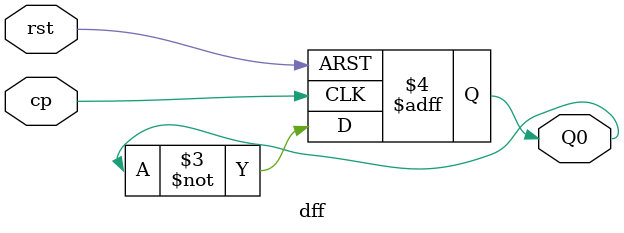
<source format=v>
module dff(
    input cp,rst,
    output reg Q0
);//行为级建模
    always @(posedge cp or negedge rst) begin
        if (!rst) begin
            Q0<=0;
        end else begin
             Q0<=~Q0;
        end
    end
endmodule
</source>
